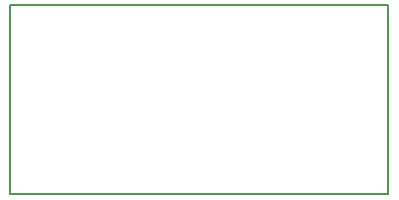
<source format=gko>
G04 #@! TF.FileFunction,Profile,NP*
%FSLAX46Y46*%
G04 Gerber Fmt 4.6, Leading zero omitted, Abs format (unit mm)*
G04 Created by KiCad (PCBNEW 4.0.3+e1-6302~38~ubuntu16.04.1-stable) date Sun Aug 28 11:49:07 2016*
%MOMM*%
%LPD*%
G01*
G04 APERTURE LIST*
%ADD10C,0.100000*%
%ADD11C,0.150000*%
G04 APERTURE END LIST*
D10*
D11*
X128000000Y-99500000D02*
X128000000Y-100250000D01*
X160000000Y-99500000D02*
X128000000Y-99500000D01*
X160000000Y-115500000D02*
X160000000Y-99500000D01*
X128000000Y-115500000D02*
X160000000Y-115500000D01*
X128000000Y-100250000D02*
X128000000Y-115500000D01*
M02*

</source>
